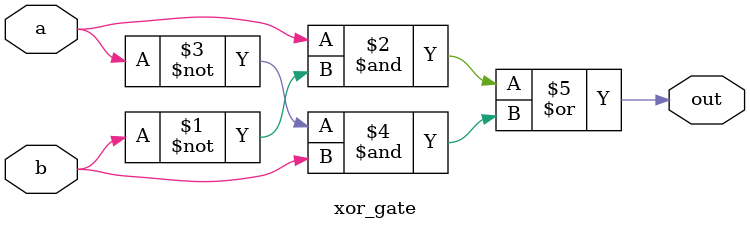
<source format=v>
module xor_gate (
    input a, 
    input b,
    output out
);

assign out = (a & ~b) | (~a & b);

endmodule

</source>
